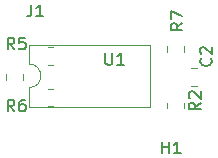
<source format=gbr>
%TF.GenerationSoftware,KiCad,Pcbnew,(6.0.0)*%
%TF.CreationDate,2022-01-09T14:56:00-05:00*%
%TF.ProjectId,QuadOpamp-INA_DIP8_Rg18,51756164-4f70-4616-9d70-2d494e415f44,rev?*%
%TF.SameCoordinates,Original*%
%TF.FileFunction,Legend,Top*%
%TF.FilePolarity,Positive*%
%FSLAX46Y46*%
G04 Gerber Fmt 4.6, Leading zero omitted, Abs format (unit mm)*
G04 Created by KiCad (PCBNEW (6.0.0)) date 2022-01-09 14:56:00*
%MOMM*%
%LPD*%
G01*
G04 APERTURE LIST*
%ADD10C,0.150000*%
%ADD11C,0.120000*%
G04 APERTURE END LIST*
D10*
%TO.C,R6*%
X117733333Y-90902380D02*
X117400000Y-90426190D01*
X117161904Y-90902380D02*
X117161904Y-89902380D01*
X117542857Y-89902380D01*
X117638095Y-89950000D01*
X117685714Y-89997619D01*
X117733333Y-90092857D01*
X117733333Y-90235714D01*
X117685714Y-90330952D01*
X117638095Y-90378571D01*
X117542857Y-90426190D01*
X117161904Y-90426190D01*
X118590476Y-89902380D02*
X118400000Y-89902380D01*
X118304761Y-89950000D01*
X118257142Y-89997619D01*
X118161904Y-90140476D01*
X118114285Y-90330952D01*
X118114285Y-90711904D01*
X118161904Y-90807142D01*
X118209523Y-90854761D01*
X118304761Y-90902380D01*
X118495238Y-90902380D01*
X118590476Y-90854761D01*
X118638095Y-90807142D01*
X118685714Y-90711904D01*
X118685714Y-90473809D01*
X118638095Y-90378571D01*
X118590476Y-90330952D01*
X118495238Y-90283333D01*
X118304761Y-90283333D01*
X118209523Y-90330952D01*
X118161904Y-90378571D01*
X118114285Y-90473809D01*
%TO.C,C2*%
X134357142Y-86416666D02*
X134404761Y-86464285D01*
X134452380Y-86607142D01*
X134452380Y-86702380D01*
X134404761Y-86845238D01*
X134309523Y-86940476D01*
X134214285Y-86988095D01*
X134023809Y-87035714D01*
X133880952Y-87035714D01*
X133690476Y-86988095D01*
X133595238Y-86940476D01*
X133500000Y-86845238D01*
X133452380Y-86702380D01*
X133452380Y-86607142D01*
X133500000Y-86464285D01*
X133547619Y-86416666D01*
X133547619Y-86035714D02*
X133500000Y-85988095D01*
X133452380Y-85892857D01*
X133452380Y-85654761D01*
X133500000Y-85559523D01*
X133547619Y-85511904D01*
X133642857Y-85464285D01*
X133738095Y-85464285D01*
X133880952Y-85511904D01*
X134452380Y-86083333D01*
X134452380Y-85464285D01*
%TO.C,R5*%
X117733333Y-85652380D02*
X117400000Y-85176190D01*
X117161904Y-85652380D02*
X117161904Y-84652380D01*
X117542857Y-84652380D01*
X117638095Y-84700000D01*
X117685714Y-84747619D01*
X117733333Y-84842857D01*
X117733333Y-84985714D01*
X117685714Y-85080952D01*
X117638095Y-85128571D01*
X117542857Y-85176190D01*
X117161904Y-85176190D01*
X118638095Y-84652380D02*
X118161904Y-84652380D01*
X118114285Y-85128571D01*
X118161904Y-85080952D01*
X118257142Y-85033333D01*
X118495238Y-85033333D01*
X118590476Y-85080952D01*
X118638095Y-85128571D01*
X118685714Y-85223809D01*
X118685714Y-85461904D01*
X118638095Y-85557142D01*
X118590476Y-85604761D01*
X118495238Y-85652380D01*
X118257142Y-85652380D01*
X118161904Y-85604761D01*
X118114285Y-85557142D01*
%TO.C,R2*%
X133502380Y-90166666D02*
X133026190Y-90500000D01*
X133502380Y-90738095D02*
X132502380Y-90738095D01*
X132502380Y-90357142D01*
X132550000Y-90261904D01*
X132597619Y-90214285D01*
X132692857Y-90166666D01*
X132835714Y-90166666D01*
X132930952Y-90214285D01*
X132978571Y-90261904D01*
X133026190Y-90357142D01*
X133026190Y-90738095D01*
X132597619Y-89785714D02*
X132550000Y-89738095D01*
X132502380Y-89642857D01*
X132502380Y-89404761D01*
X132550000Y-89309523D01*
X132597619Y-89261904D01*
X132692857Y-89214285D01*
X132788095Y-89214285D01*
X132930952Y-89261904D01*
X133502380Y-89833333D01*
X133502380Y-89214285D01*
%TO.C,U1*%
X125438095Y-85952380D02*
X125438095Y-86761904D01*
X125485714Y-86857142D01*
X125533333Y-86904761D01*
X125628571Y-86952380D01*
X125819047Y-86952380D01*
X125914285Y-86904761D01*
X125961904Y-86857142D01*
X126009523Y-86761904D01*
X126009523Y-85952380D01*
X127009523Y-86952380D02*
X126438095Y-86952380D01*
X126723809Y-86952380D02*
X126723809Y-85952380D01*
X126628571Y-86095238D01*
X126533333Y-86190476D01*
X126438095Y-86238095D01*
%TO.C,H1*%
X130238095Y-94452380D02*
X130238095Y-93452380D01*
X130238095Y-93928571D02*
X130809523Y-93928571D01*
X130809523Y-94452380D02*
X130809523Y-93452380D01*
X131809523Y-94452380D02*
X131238095Y-94452380D01*
X131523809Y-94452380D02*
X131523809Y-93452380D01*
X131428571Y-93595238D01*
X131333333Y-93690476D01*
X131238095Y-93738095D01*
%TO.C,J1*%
X119166666Y-81852380D02*
X119166666Y-82566666D01*
X119119047Y-82709523D01*
X119023809Y-82804761D01*
X118880952Y-82852380D01*
X118785714Y-82852380D01*
X120166666Y-82852380D02*
X119595238Y-82852380D01*
X119880952Y-82852380D02*
X119880952Y-81852380D01*
X119785714Y-81995238D01*
X119690476Y-82090476D01*
X119595238Y-82138095D01*
%TO.C,R7*%
X131952380Y-83416666D02*
X131476190Y-83750000D01*
X131952380Y-83988095D02*
X130952380Y-83988095D01*
X130952380Y-83607142D01*
X131000000Y-83511904D01*
X131047619Y-83464285D01*
X131142857Y-83416666D01*
X131285714Y-83416666D01*
X131380952Y-83464285D01*
X131428571Y-83511904D01*
X131476190Y-83607142D01*
X131476190Y-83988095D01*
X130952380Y-83083333D02*
X130952380Y-82416666D01*
X131952380Y-82845238D01*
D11*
%TO.C,R6*%
X121014564Y-90485000D02*
X120560436Y-90485000D01*
X121014564Y-89015000D02*
X120560436Y-89015000D01*
%TO.C,C2*%
X132688748Y-87265000D02*
X133211252Y-87265000D01*
X132688748Y-88735000D02*
X133211252Y-88735000D01*
%TO.C,R5*%
X120572936Y-86935000D02*
X121027064Y-86935000D01*
X120572936Y-85465000D02*
X121027064Y-85465000D01*
%TO.C,R2*%
X132135000Y-90185436D02*
X132135000Y-90639564D01*
X130665000Y-90185436D02*
X130665000Y-90639564D01*
%TO.C,U1*%
X126500000Y-90530000D02*
X124300000Y-90530000D01*
X126500000Y-85310000D02*
X122900000Y-85310000D01*
X126500000Y-90530000D02*
X128700000Y-90530000D01*
X126500000Y-85310000D02*
X128700000Y-85310000D01*
%TO.C,RG1*%
X117015000Y-87772936D02*
X117015000Y-88227064D01*
X118485000Y-87772936D02*
X118485000Y-88227064D01*
%TO.C,J1*%
X129250000Y-90540000D02*
X129250000Y-85240000D01*
X118970000Y-85240000D02*
X118970000Y-86890000D01*
X129250000Y-85240000D02*
X118970000Y-85240000D01*
X118970000Y-90540000D02*
X129250000Y-90540000D01*
X118970000Y-88890000D02*
X118970000Y-90540000D01*
X118970000Y-88890000D02*
G75*
G03*
X118970000Y-86890000I0J1000000D01*
G01*
%TO.C,R7*%
X130665000Y-85839564D02*
X130665000Y-85385436D01*
X132135000Y-85839564D02*
X132135000Y-85385436D01*
%TD*%
M02*

</source>
